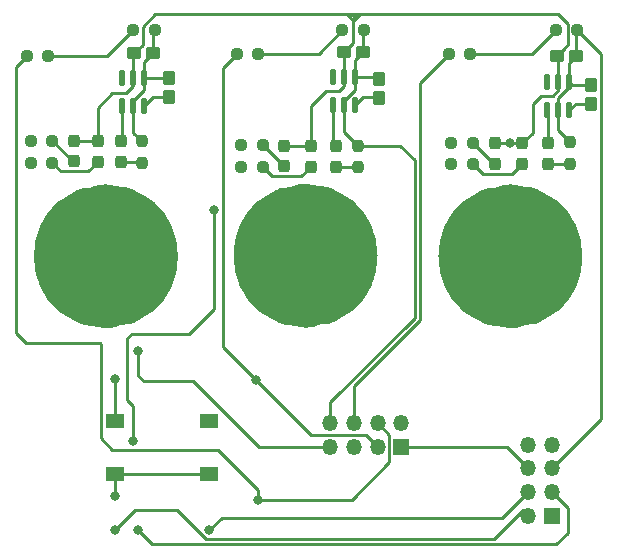
<source format=gbr>
%TF.GenerationSoftware,KiCad,Pcbnew,(6.0.1-0)*%
%TF.CreationDate,2022-03-13T12:33:57+03:30*%
%TF.ProjectId,touch_panel,746f7563-685f-4706-916e-656c2e6b6963,rev?*%
%TF.SameCoordinates,Original*%
%TF.FileFunction,Copper,L1,Top*%
%TF.FilePolarity,Positive*%
%FSLAX46Y46*%
G04 Gerber Fmt 4.6, Leading zero omitted, Abs format (unit mm)*
G04 Created by KiCad (PCBNEW (6.0.1-0)) date 2022-03-13 12:33:57*
%MOMM*%
%LPD*%
G01*
G04 APERTURE LIST*
G04 Aperture macros list*
%AMRoundRect*
0 Rectangle with rounded corners*
0 $1 Rounding radius*
0 $2 $3 $4 $5 $6 $7 $8 $9 X,Y pos of 4 corners*
0 Add a 4 corners polygon primitive as box body*
4,1,4,$2,$3,$4,$5,$6,$7,$8,$9,$2,$3,0*
0 Add four circle primitives for the rounded corners*
1,1,$1+$1,$2,$3*
1,1,$1+$1,$4,$5*
1,1,$1+$1,$6,$7*
1,1,$1+$1,$8,$9*
0 Add four rect primitives between the rounded corners*
20,1,$1+$1,$2,$3,$4,$5,0*
20,1,$1+$1,$4,$5,$6,$7,0*
20,1,$1+$1,$6,$7,$8,$9,0*
20,1,$1+$1,$8,$9,$2,$3,0*%
G04 Aperture macros list end*
%TA.AperFunction,EtchedComponent*%
%ADD10C,6.100000*%
%TD*%
%TA.AperFunction,SMDPad,CuDef*%
%ADD11RoundRect,0.237500X-0.250000X-0.237500X0.250000X-0.237500X0.250000X0.237500X-0.250000X0.237500X0*%
%TD*%
%TA.AperFunction,ComponentPad*%
%ADD12C,1.000000*%
%TD*%
%TA.AperFunction,SMDPad,CuDef*%
%ADD13RoundRect,0.193800X-0.091200X-0.481200X0.091200X-0.481200X0.091200X0.481200X-0.091200X0.481200X0*%
%TD*%
%TA.AperFunction,SMDPad,CuDef*%
%ADD14RoundRect,0.237500X0.237500X-0.287500X0.237500X0.287500X-0.237500X0.287500X-0.237500X-0.287500X0*%
%TD*%
%TA.AperFunction,SMDPad,CuDef*%
%ADD15R,1.550000X1.300000*%
%TD*%
%TA.AperFunction,SMDPad,CuDef*%
%ADD16RoundRect,0.250000X0.375000X0.275000X-0.375000X0.275000X-0.375000X-0.275000X0.375000X-0.275000X0*%
%TD*%
%TA.AperFunction,SMDPad,CuDef*%
%ADD17RoundRect,0.237500X0.237500X-0.250000X0.237500X0.250000X-0.237500X0.250000X-0.237500X-0.250000X0*%
%TD*%
%TA.AperFunction,SMDPad,CuDef*%
%ADD18RoundRect,0.250000X0.275000X-0.375000X0.275000X0.375000X-0.275000X0.375000X-0.275000X-0.375000X0*%
%TD*%
%TA.AperFunction,SMDPad,CuDef*%
%ADD19RoundRect,0.237500X0.250000X0.237500X-0.250000X0.237500X-0.250000X-0.237500X0.250000X-0.237500X0*%
%TD*%
%TA.AperFunction,ComponentPad*%
%ADD20R,1.350000X1.350000*%
%TD*%
%TA.AperFunction,ComponentPad*%
%ADD21O,1.350000X1.350000*%
%TD*%
%TA.AperFunction,ViaPad*%
%ADD22C,0.800000*%
%TD*%
%TA.AperFunction,Conductor*%
%ADD23C,0.250000*%
%TD*%
G04 APERTURE END LIST*
%TO.C,PAD1*%
D10*
X135550000Y-103950000D02*
G75*
G03*
X135550000Y-103950000I-3050000J0D01*
G01*
%TO.C,PAD3*%
X118650000Y-104000000D02*
G75*
G03*
X118650000Y-104000000I-3050000J0D01*
G01*
%TO.C,PAD2*%
X152900000Y-104000000D02*
G75*
G03*
X152900000Y-104000000I-3050000J0D01*
G01*
%TD*%
D11*
%TO.P,R1,1*%
%TO.N,Relay 1*%
X108887500Y-87050000D03*
%TO.P,R1,2*%
%TO.N,Net-(Q1-Pad2)*%
X110712500Y-87050000D03*
%TD*%
D12*
%TO.P,PAD1,6*%
%TO.N,Net-(C3-Pad1)*%
X132500000Y-103950000D03*
%TD*%
D13*
%TO.P,U2,1,Q*%
%TO.N,Touch 2*%
X134800000Y-91185000D03*
%TO.P,U2,2,VSS*%
%TO.N,GND*%
X135750000Y-91185000D03*
%TO.P,U2,3,I*%
%TO.N,Net-(C3-Pad1)*%
X136700000Y-91185000D03*
%TO.P,U2,4,VSS*%
%TO.N,GND*%
X136700000Y-88815000D03*
%TO.P,U2,5,VDD*%
%TO.N,+3V3*%
X135750000Y-88815000D03*
%TO.P,U2,6,LPMB*%
%TO.N,unconnected-(U2-Pad6)*%
X134800000Y-88815000D03*
%TD*%
D14*
%TO.P,D5,1,K*%
%TO.N,Net-(D5-Pad1)*%
X148550000Y-96175000D03*
%TO.P,D5,2,A*%
%TO.N,+3V3*%
X148550000Y-94425000D03*
%TD*%
D15*
%TO.P,SW1,1,1*%
%TO.N,RST*%
X116375000Y-117950000D03*
X124325000Y-117950000D03*
%TO.P,SW1,2,2*%
%TO.N,GND*%
X116375000Y-122450000D03*
X124325000Y-122450000D03*
%TD*%
D11*
%TO.P,R12,1*%
%TO.N,Net-(Q4-Pad3)*%
X127037500Y-94600000D03*
%TO.P,R12,2*%
%TO.N,Net-(D3-Pad1)*%
X128862500Y-94600000D03*
%TD*%
D16*
%TO.P,C6,1*%
%TO.N,GND*%
X155400000Y-87050000D03*
%TO.P,C6,2*%
%TO.N,+3V3*%
X153800000Y-87050000D03*
%TD*%
D17*
%TO.P,R21,1*%
%TO.N,Net-(D9-Pad1)*%
X154900000Y-96162500D03*
%TO.P,R21,2*%
%TO.N,GND*%
X154900000Y-94337500D03*
%TD*%
D11*
%TO.P,R7,1*%
%TO.N,Relay 2*%
X126687500Y-86850000D03*
%TO.P,R7,2*%
%TO.N,Net-(Q3-Pad2)*%
X128512500Y-86850000D03*
%TD*%
%TO.P,R17,1*%
%TO.N,Net-(Q5-Pad3)*%
X144825000Y-96150000D03*
%TO.P,R17,2*%
%TO.N,Net-(D6-Pad1)*%
X146650000Y-96150000D03*
%TD*%
D18*
%TO.P,C1,1*%
%TO.N,Net-(C1-Pad1)*%
X120900000Y-90500000D03*
%TO.P,C1,2*%
%TO.N,GND*%
X120900000Y-88900000D03*
%TD*%
D19*
%TO.P,R2,1*%
%TO.N,GND*%
X119725000Y-84850000D03*
%TO.P,R2,2*%
%TO.N,Net-(Q1-Pad2)*%
X117900000Y-84850000D03*
%TD*%
D17*
%TO.P,R20,1*%
%TO.N,Net-(D8-Pad1)*%
X136950000Y-96462500D03*
%TO.P,R20,2*%
%TO.N,GND*%
X136950000Y-94637500D03*
%TD*%
D18*
%TO.P,C3,1*%
%TO.N,Net-(C3-Pad1)*%
X138750000Y-90600000D03*
%TO.P,C3,2*%
%TO.N,GND*%
X138750000Y-89000000D03*
%TD*%
D11*
%TO.P,R6,1*%
%TO.N,Net-(Q2-Pad3)*%
X109225000Y-94200000D03*
%TO.P,R6,2*%
%TO.N,Net-(D1-Pad1)*%
X111050000Y-94200000D03*
%TD*%
D14*
%TO.P,D2,1,K*%
%TO.N,Net-(D2-Pad1)*%
X114937500Y-95975000D03*
%TO.P,D2,2,A*%
%TO.N,+3V3*%
X114937500Y-94225000D03*
%TD*%
D19*
%TO.P,R14,1*%
%TO.N,GND*%
X155512500Y-84850000D03*
%TO.P,R14,2*%
%TO.N,Net-(Q5-Pad2)*%
X153687500Y-84850000D03*
%TD*%
D14*
%TO.P,D8,1,K*%
%TO.N,Net-(D8-Pad1)*%
X135050000Y-96400000D03*
%TO.P,D8,2,A*%
%TO.N,Touch 2*%
X135050000Y-94650000D03*
%TD*%
D17*
%TO.P,R19,1*%
%TO.N,Net-(D7-Pad1)*%
X118650000Y-96100000D03*
%TO.P,R19,2*%
%TO.N,GND*%
X118650000Y-94275000D03*
%TD*%
D13*
%TO.P,U3,1,Q*%
%TO.N,Touch 3*%
X152950000Y-91635000D03*
%TO.P,U3,2,VSS*%
%TO.N,GND*%
X153900000Y-91635000D03*
%TO.P,U3,3,I*%
%TO.N,Net-(C5-Pad1)*%
X154850000Y-91635000D03*
%TO.P,U3,4,VSS*%
%TO.N,GND*%
X154850000Y-89265000D03*
%TO.P,U3,5,VDD*%
%TO.N,+3V3*%
X153900000Y-89265000D03*
%TO.P,U3,6,LPMB*%
%TO.N,unconnected-(U3-Pad6)*%
X152950000Y-89265000D03*
%TD*%
D16*
%TO.P,C2,1*%
%TO.N,GND*%
X119600000Y-86800000D03*
%TO.P,C2,2*%
%TO.N,+3V3*%
X118000000Y-86800000D03*
%TD*%
D12*
%TO.P,PAD3,6*%
%TO.N,Net-(C1-Pad1)*%
X115600000Y-104000000D03*
%TD*%
D20*
%TO.P,J2,1,Pin_1*%
%TO.N,RST*%
X153350000Y-125950000D03*
D21*
%TO.P,J2,2,Pin_2*%
%TO.N,TX*%
X151350000Y-125950000D03*
%TO.P,J2,3,Pin_3*%
%TO.N,RX*%
X153350000Y-123950000D03*
%TO.P,J2,4,Pin_4*%
%TO.N,BLUELED*%
X151350000Y-123950000D03*
%TO.P,J2,5,Pin_5*%
%TO.N,GND*%
X153350000Y-121950000D03*
%TO.P,J2,6,Pin_6*%
%TO.N,+3V3*%
X151350000Y-121950000D03*
%TO.P,J2,7*%
%TO.N,N/C*%
X153350000Y-119950000D03*
%TO.P,J2,8*%
X151350000Y-119950000D03*
%TD*%
D14*
%TO.P,D7,1,K*%
%TO.N,Net-(D7-Pad1)*%
X116887500Y-95975000D03*
%TO.P,D7,2,A*%
%TO.N,Touch 1*%
X116887500Y-94225000D03*
%TD*%
%TO.P,D3,1,K*%
%TO.N,Net-(D3-Pad1)*%
X130700000Y-96375000D03*
%TO.P,D3,2,A*%
%TO.N,+3V3*%
X130700000Y-94625000D03*
%TD*%
D11*
%TO.P,R11,1*%
%TO.N,Net-(Q3-Pad3)*%
X127037500Y-96400000D03*
%TO.P,R11,2*%
%TO.N,Net-(D4-Pad1)*%
X128862500Y-96400000D03*
%TD*%
D14*
%TO.P,D9,1,K*%
%TO.N,Net-(D9-Pad1)*%
X153000000Y-96175000D03*
%TO.P,D9,2,A*%
%TO.N,Touch 3*%
X153000000Y-94425000D03*
%TD*%
%TO.P,D6,1,K*%
%TO.N,Net-(D6-Pad1)*%
X150850000Y-96175000D03*
%TO.P,D6,2,A*%
%TO.N,+3V3*%
X150850000Y-94425000D03*
%TD*%
D12*
%TO.P,PAD2,6*%
%TO.N,Net-(C5-Pad1)*%
X149850000Y-104000000D03*
%TD*%
D14*
%TO.P,D4,1,K*%
%TO.N,Net-(D4-Pad1)*%
X132950000Y-96400000D03*
%TO.P,D4,2,A*%
%TO.N,+3V3*%
X132950000Y-94650000D03*
%TD*%
D13*
%TO.P,U1,1,Q*%
%TO.N,Touch 1*%
X116950000Y-91232500D03*
%TO.P,U1,2,VSS*%
%TO.N,GND*%
X117900000Y-91232500D03*
%TO.P,U1,3,I*%
%TO.N,Net-(C1-Pad1)*%
X118850000Y-91232500D03*
%TO.P,U1,4,VSS*%
%TO.N,GND*%
X118850000Y-88862500D03*
%TO.P,U1,5,VDD*%
%TO.N,+3V3*%
X117900000Y-88862500D03*
%TO.P,U1,6,LPMB*%
%TO.N,unconnected-(U1-Pad6)*%
X116950000Y-88862500D03*
%TD*%
D14*
%TO.P,D1,1,K*%
%TO.N,Net-(D1-Pad1)*%
X112887500Y-95950000D03*
%TO.P,D1,2,A*%
%TO.N,+3V3*%
X112887500Y-94200000D03*
%TD*%
D11*
%TO.P,R5,1*%
%TO.N,Net-(Q1-Pad3)*%
X109237500Y-96100000D03*
%TO.P,R5,2*%
%TO.N,Net-(D2-Pad1)*%
X111062500Y-96100000D03*
%TD*%
D18*
%TO.P,C5,1*%
%TO.N,Net-(C5-Pad1)*%
X156650000Y-91100000D03*
%TO.P,C5,2*%
%TO.N,GND*%
X156650000Y-89500000D03*
%TD*%
D16*
%TO.P,C4,1*%
%TO.N,GND*%
X137350000Y-86700000D03*
%TO.P,C4,2*%
%TO.N,+3V3*%
X135750000Y-86700000D03*
%TD*%
D19*
%TO.P,R8,1*%
%TO.N,GND*%
X137450000Y-84850000D03*
%TO.P,R8,2*%
%TO.N,Net-(Q3-Pad2)*%
X135625000Y-84850000D03*
%TD*%
D11*
%TO.P,R18,1*%
%TO.N,Net-(Q6-Pad3)*%
X144825000Y-94400000D03*
%TO.P,R18,2*%
%TO.N,Net-(D5-Pad1)*%
X146650000Y-94400000D03*
%TD*%
%TO.P,R13,1*%
%TO.N,Relay 3*%
X144637500Y-86850000D03*
%TO.P,R13,2*%
%TO.N,Net-(Q5-Pad2)*%
X146462500Y-86850000D03*
%TD*%
D20*
%TO.P,J1,1,Pin_1*%
%TO.N,+3V3*%
X140600000Y-120150000D03*
D21*
%TO.P,J1,2,Pin_2*%
%TO.N,unconnected-(J1-Pad2)*%
X140600000Y-118150000D03*
%TO.P,J1,3,Pin_3*%
%TO.N,Relay 2*%
X138600000Y-120150000D03*
%TO.P,J1,4,Pin_4*%
%TO.N,Relay 1*%
X138600000Y-118150000D03*
%TO.P,J1,5,Pin_5*%
%TO.N,unconnected-(J1-Pad5)*%
X136600000Y-120150000D03*
%TO.P,J1,6,Pin_6*%
%TO.N,Relay 3*%
X136600000Y-118150000D03*
%TO.P,J1,7,Pin_7*%
%TO.N,TEMP*%
X134600000Y-120150000D03*
%TO.P,J1,8,Pin_8*%
%TO.N,GND*%
X134600000Y-118150000D03*
%TD*%
D22*
%TO.N,Net-(C1-Pad1)*%
X120900000Y-90500000D03*
%TO.N,GND*%
X156650000Y-89500000D03*
X138750000Y-89000000D03*
X116350000Y-124300000D03*
X120900000Y-88900000D03*
%TO.N,+3V3*%
X149775000Y-94425000D03*
%TO.N,Net-(C3-Pad1)*%
X138750000Y-90600000D03*
%TO.N,Net-(C5-Pad1)*%
X156650000Y-91100000D03*
%TO.N,Touch 1*%
X116887500Y-94225000D03*
%TO.N,Touch 2*%
X117900000Y-119650000D03*
X124750000Y-100050000D03*
X135050000Y-94650000D03*
%TO.N,Touch 3*%
X153000000Y-94425000D03*
%TO.N,Relay 2*%
X128300000Y-114500000D03*
%TO.N,Relay 1*%
X128450000Y-124600000D03*
%TO.N,TEMP*%
X118350000Y-112000000D03*
%TO.N,RST*%
X116350000Y-114400000D03*
X124325000Y-117950000D03*
%TO.N,TX*%
X116350000Y-127200000D03*
%TO.N,RX*%
X118350000Y-127200000D03*
%TO.N,BLUELED*%
X124350000Y-127200000D03*
%TO.N,Net-(Q1-Pad2)*%
X110712500Y-87050000D03*
%TO.N,Net-(Q1-Pad3)*%
X109237500Y-96100000D03*
%TO.N,Net-(Q2-Pad3)*%
X109225000Y-94200000D03*
%TO.N,Net-(Q3-Pad2)*%
X128512500Y-86850000D03*
%TO.N,Net-(Q3-Pad3)*%
X127037500Y-96400000D03*
%TO.N,Net-(Q4-Pad3)*%
X127037500Y-94600000D03*
%TO.N,Net-(Q5-Pad2)*%
X146462500Y-86850000D03*
%TO.N,Net-(Q5-Pad3)*%
X144825000Y-96150000D03*
%TO.N,Net-(Q6-Pad3)*%
X144825000Y-94400000D03*
%TD*%
D23*
%TO.N,Net-(C1-Pad1)*%
X120900000Y-90500000D02*
X119582500Y-90500000D01*
X119582500Y-90500000D02*
X118850000Y-91232500D01*
%TO.N,GND*%
X137350000Y-84950000D02*
X137450000Y-84850000D01*
X124325000Y-122450000D02*
X116375000Y-122450000D01*
X118850000Y-89927085D02*
X117900000Y-90877085D01*
X116350000Y-124300000D02*
X116350000Y-122475000D01*
X155085000Y-89500000D02*
X154850000Y-89265000D01*
X136950000Y-94637500D02*
X140537500Y-94637500D01*
X120900000Y-88900000D02*
X118887500Y-88900000D01*
X117900000Y-90877085D02*
X117900000Y-91232500D01*
X118650000Y-94275000D02*
X117900000Y-93525000D01*
X153350000Y-121950000D02*
X157499520Y-117800480D01*
X118850000Y-88862500D02*
X118850000Y-87550000D01*
X135750000Y-93437500D02*
X135750000Y-91185000D01*
X154850000Y-89265000D02*
X154850000Y-87600000D01*
X135750000Y-90829585D02*
X135750000Y-91185000D01*
X119600000Y-84975000D02*
X119725000Y-84850000D01*
X140537500Y-94637500D02*
X141750480Y-95850480D01*
X156650000Y-89500000D02*
X155085000Y-89500000D01*
X153900000Y-91635000D02*
X153900000Y-93337500D01*
X118850000Y-88862500D02*
X118850000Y-89927085D01*
X154850000Y-87600000D02*
X155400000Y-87050000D01*
X137350000Y-86700000D02*
X137350000Y-84950000D01*
X118887500Y-88900000D02*
X118850000Y-88862500D01*
X138565000Y-88815000D02*
X138750000Y-89000000D01*
X153900000Y-91635000D02*
X153900000Y-90585718D01*
X154800000Y-89265000D02*
X154800000Y-89620415D01*
X153900000Y-90585718D02*
X154850000Y-89635718D01*
X153900000Y-93337500D02*
X154900000Y-94337500D01*
X157499520Y-117800480D02*
X157499520Y-86837020D01*
X155400000Y-84962500D02*
X155512500Y-84850000D01*
X154850000Y-89635718D02*
X154850000Y-89265000D01*
X116350000Y-122475000D02*
X116375000Y-122450000D01*
X136950000Y-94637500D02*
X135750000Y-93437500D01*
X141750480Y-109213802D02*
X134600000Y-116364282D01*
X136700000Y-87350000D02*
X137350000Y-86700000D01*
X136700000Y-89879585D02*
X135750000Y-90829585D01*
X136700000Y-88815000D02*
X138565000Y-88815000D01*
X157499520Y-86837020D02*
X155512500Y-84850000D01*
X136700000Y-88815000D02*
X136700000Y-87350000D01*
X119600000Y-86800000D02*
X119600000Y-84975000D01*
X155400000Y-87050000D02*
X155400000Y-84962500D01*
X134600000Y-116364282D02*
X134600000Y-118150000D01*
X117900000Y-93525000D02*
X117900000Y-91232500D01*
X141750480Y-95850480D02*
X141750480Y-109213802D01*
X118850000Y-87550000D02*
X119600000Y-86800000D01*
X136700000Y-88815000D02*
X136700000Y-89879585D01*
%TO.N,+3V3*%
X154499520Y-86300480D02*
X154700000Y-86100000D01*
X118712020Y-84580664D02*
X119792684Y-83500000D01*
X154499520Y-86350480D02*
X154499520Y-86300480D01*
X136000000Y-83500000D02*
X136100000Y-83600000D01*
X136750000Y-83650000D02*
X136650000Y-83650000D01*
X136100000Y-83600000D02*
X136500000Y-83600000D01*
X135300000Y-90000000D02*
X134250000Y-90000000D01*
X136100000Y-83500000D02*
X136100000Y-83600000D01*
X153900000Y-83500000D02*
X137100000Y-83500000D01*
X136550000Y-85900000D02*
X135750000Y-86700000D01*
X114937500Y-91412500D02*
X114937500Y-94225000D01*
X151750000Y-91100000D02*
X151750000Y-93525000D01*
X135750000Y-88815000D02*
X135750000Y-86700000D01*
X153900000Y-89265000D02*
X153900000Y-89950000D01*
X132950000Y-94650000D02*
X130725000Y-94650000D01*
X112912500Y-94225000D02*
X112887500Y-94200000D01*
X134250000Y-90000000D02*
X132950000Y-91300000D01*
X137100000Y-83500000D02*
X136550000Y-84050000D01*
X148550000Y-94425000D02*
X149775000Y-94425000D01*
X136650000Y-83650000D02*
X136500000Y-83800000D01*
X116150000Y-90200000D02*
X114937500Y-91412500D01*
X149775000Y-94425000D02*
X150850000Y-94425000D01*
X117900000Y-88862500D02*
X117900000Y-86900000D01*
X154700000Y-86100000D02*
X154700000Y-84300000D01*
X153900000Y-89265000D02*
X153900000Y-87150000D01*
X153900000Y-87150000D02*
X153800000Y-87050000D01*
X132950000Y-91300000D02*
X132950000Y-94650000D01*
X117900000Y-86900000D02*
X118000000Y-86800000D01*
X152450000Y-90400000D02*
X151750000Y-91100000D01*
X135750000Y-88815000D02*
X135750000Y-89550000D01*
X114937500Y-94225000D02*
X112912500Y-94225000D01*
X135950000Y-83500000D02*
X136000000Y-83500000D01*
X153800000Y-87050000D02*
X154499520Y-86350480D01*
X117300000Y-90200000D02*
X116150000Y-90200000D01*
X130725000Y-94650000D02*
X130700000Y-94625000D01*
X136700000Y-83700000D02*
X136750000Y-83650000D01*
X117900000Y-89600000D02*
X117300000Y-90200000D01*
X117900000Y-88862500D02*
X117900000Y-89600000D01*
X118000000Y-86800000D02*
X118712020Y-86087980D01*
X135950000Y-83500000D02*
X136100000Y-83500000D01*
X151350000Y-121950000D02*
X149550000Y-120150000D01*
X135750000Y-89550000D02*
X135300000Y-90000000D01*
X136600000Y-83700000D02*
X136700000Y-83700000D01*
X153900000Y-89950000D02*
X153450000Y-90400000D01*
X149550000Y-120150000D02*
X140600000Y-120150000D01*
X153450000Y-90400000D02*
X152450000Y-90400000D01*
X136600000Y-83700000D02*
X136500000Y-83600000D01*
X119792684Y-83500000D02*
X135950000Y-83500000D01*
X154700000Y-84300000D02*
X153900000Y-83500000D01*
X118712020Y-86087980D02*
X118712020Y-84580664D01*
X151750000Y-93525000D02*
X150850000Y-94425000D01*
X136550000Y-84050000D02*
X136550000Y-85900000D01*
X136100000Y-83600000D02*
X136550000Y-84050000D01*
X136100000Y-83500000D02*
X137450000Y-83500000D01*
%TO.N,Net-(C3-Pad1)*%
X138650000Y-90500000D02*
X138750000Y-90600000D01*
X137385000Y-90500000D02*
X138650000Y-90500000D01*
X136700000Y-91185000D02*
X137385000Y-90500000D01*
%TO.N,Net-(C5-Pad1)*%
X156650000Y-91100000D02*
X155385000Y-91100000D01*
X155385000Y-91100000D02*
X154850000Y-91635000D01*
%TO.N,Net-(D1-Pad1)*%
X112887500Y-95950000D02*
X112800000Y-95950000D01*
X112800000Y-95950000D02*
X111050000Y-94200000D01*
%TO.N,Net-(D2-Pad1)*%
X114112980Y-96799520D02*
X111762020Y-96799520D01*
X114937500Y-95975000D02*
X114112980Y-96799520D01*
X111762020Y-96799520D02*
X111062500Y-96100000D01*
%TO.N,Net-(D3-Pad1)*%
X130637500Y-96375000D02*
X128862500Y-94600000D01*
X130700000Y-96375000D02*
X130637500Y-96375000D01*
%TO.N,Net-(D4-Pad1)*%
X129687020Y-97224520D02*
X132125480Y-97224520D01*
X128862500Y-96400000D02*
X129687020Y-97224520D01*
X132125480Y-97224520D02*
X132950000Y-96400000D01*
%TO.N,Net-(D5-Pad1)*%
X148550000Y-96175000D02*
X148425000Y-96175000D01*
X148425000Y-96175000D02*
X146650000Y-94400000D01*
%TO.N,Net-(D6-Pad1)*%
X150850000Y-96175000D02*
X150000480Y-97024520D01*
X150000480Y-97024520D02*
X147524520Y-97024520D01*
X147524520Y-97024520D02*
X146650000Y-96150000D01*
%TO.N,Net-(D7-Pad1)*%
X116887500Y-95975000D02*
X118525000Y-95975000D01*
X118525000Y-95975000D02*
X118650000Y-96100000D01*
%TO.N,Touch 1*%
X116950000Y-94162500D02*
X116887500Y-94225000D01*
X116950000Y-91232500D02*
X116950000Y-94162500D01*
%TO.N,Net-(D8-Pad1)*%
X136887500Y-96400000D02*
X136950000Y-96462500D01*
X135050000Y-96400000D02*
X136887500Y-96400000D01*
%TO.N,Touch 2*%
X124750000Y-100050000D02*
X124750000Y-108426804D01*
X122601784Y-110575020D02*
X117774980Y-110575020D01*
X117900000Y-116650000D02*
X117900000Y-119650000D01*
X134800000Y-94400000D02*
X135050000Y-94650000D01*
X117774980Y-110575020D02*
X117400000Y-110950000D01*
X117400000Y-116150000D02*
X117900000Y-116650000D01*
X124750000Y-108426804D02*
X122601784Y-110575020D01*
X134800000Y-91185000D02*
X134800000Y-94400000D01*
X117400000Y-110950000D02*
X117400000Y-116150000D01*
%TO.N,Net-(D9-Pad1)*%
X154850000Y-96175000D02*
X154875000Y-96150000D01*
X153012500Y-96162500D02*
X153000000Y-96175000D01*
X154900000Y-96162500D02*
X153012500Y-96162500D01*
%TO.N,Touch 3*%
X152950000Y-91945776D02*
X153000000Y-91995776D01*
X153000000Y-91995776D02*
X153000000Y-94425000D01*
X152950000Y-91635000D02*
X152950000Y-91945776D01*
%TO.N,Relay 2*%
X125500000Y-88037500D02*
X125500000Y-88350000D01*
X126687500Y-86850000D02*
X125500000Y-88037500D01*
X125500000Y-88350000D02*
X125500000Y-111700000D01*
X128300000Y-114500000D02*
X132949511Y-119149511D01*
X137599511Y-119149511D02*
X138600000Y-120150000D01*
X132949511Y-119149511D02*
X137599511Y-119149511D01*
X125500000Y-111700000D02*
X128300000Y-114500000D01*
%TO.N,Relay 1*%
X108887500Y-87050000D02*
X108002205Y-87935295D01*
X128450000Y-123750000D02*
X128450000Y-124600000D01*
X125100000Y-120400000D02*
X128450000Y-123750000D01*
X128450000Y-124600000D02*
X136450000Y-124600000D01*
X115175020Y-119425020D02*
X116150000Y-120400000D01*
X115175020Y-111428216D02*
X115175020Y-119425020D01*
X136450000Y-124600000D02*
X139600000Y-121450000D01*
X139600000Y-121450000D02*
X139600000Y-119150000D01*
X115101784Y-111354980D02*
X115175020Y-111428216D01*
X108002205Y-87935295D02*
X108002205Y-110501784D01*
X108002205Y-110501784D02*
X108855401Y-111354980D01*
X108855401Y-111354980D02*
X115101784Y-111354980D01*
X116150000Y-120400000D02*
X125100000Y-120400000D01*
X139600000Y-119150000D02*
X138600000Y-118150000D01*
%TO.N,Relay 3*%
X144637500Y-86850000D02*
X142200000Y-89287500D01*
X142200000Y-89287500D02*
X142200000Y-109400000D01*
X136600000Y-115000000D02*
X136600000Y-118150000D01*
X142200000Y-109400000D02*
X136600000Y-115000000D01*
%TO.N,TEMP*%
X128599022Y-120150000D02*
X122999022Y-114550000D01*
X118350000Y-114100000D02*
X118350000Y-112000000D01*
X118800000Y-114550000D02*
X118350000Y-114100000D01*
X122999022Y-114550000D02*
X118800000Y-114550000D01*
X134600000Y-120150000D02*
X128599022Y-120150000D01*
%TO.N,RST*%
X116375000Y-114425000D02*
X116375000Y-117950000D01*
X116350000Y-114400000D02*
X116375000Y-114425000D01*
%TO.N,TX*%
X151350000Y-125950000D02*
X150900000Y-125500000D01*
X118050000Y-125500000D02*
X116350000Y-127200000D01*
X150900000Y-125500000D02*
X148475489Y-127924511D01*
X124049897Y-127924511D02*
X121625386Y-125500000D01*
X148475489Y-127924511D02*
X124049897Y-127924511D01*
X121625386Y-125500000D02*
X118050000Y-125500000D01*
%TO.N,RX*%
X154700000Y-125300000D02*
X154700000Y-127400000D01*
X154700000Y-127400000D02*
X153725969Y-128374031D01*
X119524031Y-128374031D02*
X118350000Y-127200000D01*
X153725969Y-128374031D02*
X119524031Y-128374031D01*
X153350000Y-123950000D02*
X154700000Y-125300000D01*
%TO.N,BLUELED*%
X149150000Y-126150000D02*
X125400000Y-126150000D01*
X151350000Y-123950000D02*
X149150000Y-126150000D01*
X125400000Y-126150000D02*
X124350000Y-127200000D01*
%TO.N,Net-(Q1-Pad2)*%
X115700000Y-87050000D02*
X117900000Y-84850000D01*
X110712500Y-87050000D02*
X115700000Y-87050000D01*
%TO.N,Net-(Q3-Pad2)*%
X128512500Y-86850000D02*
X133625000Y-86850000D01*
X133625000Y-86850000D02*
X135625000Y-84850000D01*
%TO.N,Net-(Q5-Pad2)*%
X146462500Y-86850000D02*
X151687500Y-86850000D01*
X151687500Y-86850000D02*
X153687500Y-84850000D01*
%TD*%
M02*

</source>
